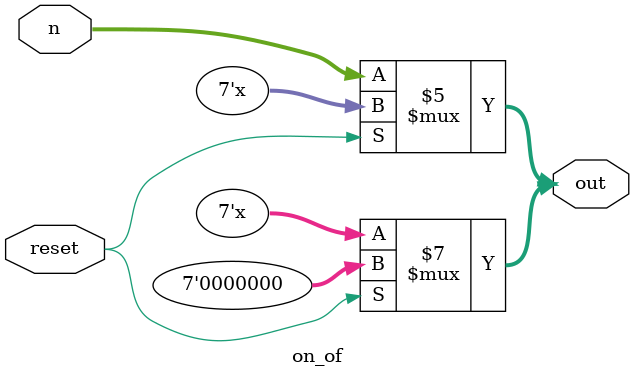
<source format=v>
module on_of(
  input [6:0] n,
  input reset,
  output reg [6:0] out
);

  // Initialize output to 0000000
  always @(reset) begin
    if (reset == 1'b1) begin
      out <= 7'b0000000;
    end
  end

  // Pass input to output when reset is not active
  always @(n) begin
    if (reset == 1'b0) begin
      out <= n;
    end
  end

endmodule

</source>
